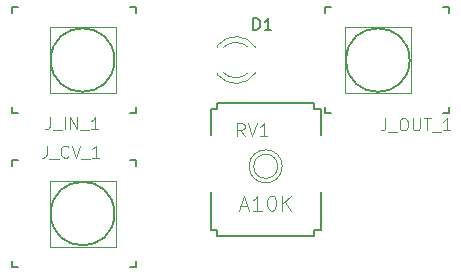
<source format=gbr>
G04 #@! TF.GenerationSoftware,KiCad,Pcbnew,(5.0.0)*
G04 #@! TF.CreationDate,2018-08-29T14:30:47+02:00*
G04 #@! TF.ProjectId,1u_lpg,31755F6C70672E6B696361645F706362,rev?*
G04 #@! TF.SameCoordinates,Original*
G04 #@! TF.FileFunction,Legend,Top*
G04 #@! TF.FilePolarity,Positive*
%FSLAX46Y46*%
G04 Gerber Fmt 4.6, Leading zero omitted, Abs format (unit mm)*
G04 Created by KiCad (PCBNEW (5.0.0)) date 08/29/18 14:30:47*
%MOMM*%
%LPD*%
G01*
G04 APERTURE LIST*
%ADD10C,0.120000*%
%ADD11C,0.066040*%
%ADD12C,0.127000*%
%ADD13C,0.203200*%
%ADD14C,0.050800*%
%ADD15C,0.150000*%
%ADD16C,0.076200*%
%ADD17C,0.101600*%
G04 APERTURE END LIST*
D10*
G04 #@! TO.C,D1*
X17920000Y-5580000D02*
X17920000Y-5736000D01*
X17920000Y-3264000D02*
X17920000Y-3420000D01*
X20521130Y-5579837D02*
G75*
G02X18439039Y-5580000I-1041130J1079837D01*
G01*
X20521130Y-3420163D02*
G75*
G03X18439039Y-3420000I-1041130J-1079837D01*
G01*
X21152335Y-5578608D02*
G75*
G02X17920000Y-5735516I-1672335J1078608D01*
G01*
X21152335Y-3421392D02*
G75*
G03X17920000Y-3264484I-1672335J-1078608D01*
G01*
D11*
G04 #@! TO.C,J_CV_1*
X9299080Y-20299080D02*
X9299080Y-14700920D01*
X9299080Y-14700920D02*
X3700920Y-14700920D01*
X3700920Y-20299080D02*
X3700920Y-14700920D01*
X9299080Y-20299080D02*
X3700920Y-20299080D01*
D12*
X1000900Y-21998340D02*
X500520Y-21998340D01*
X500520Y-21998340D02*
X500520Y-21497960D01*
X500520Y-13502040D02*
X500520Y-13001660D01*
X500520Y-13001660D02*
X1000900Y-13001660D01*
X10497960Y-13001660D02*
X10998340Y-13001660D01*
X10998340Y-13001660D02*
X10998340Y-13502040D01*
X10497960Y-21998340D02*
X10998340Y-21998340D01*
X10998340Y-21998340D02*
X10998340Y-21497960D01*
X9189860Y-17500000D02*
G75*
G03X9189860Y-17500000I-2689860J0D01*
G01*
G04 #@! TO.C,J_IN_1*
X9189860Y-4500000D02*
G75*
G03X9189860Y-4500000I-2689860J0D01*
G01*
X10998340Y-8998340D02*
X10998340Y-8497960D01*
X10497960Y-8998340D02*
X10998340Y-8998340D01*
X10998340Y-1660D02*
X10998340Y-502040D01*
X10497960Y-1660D02*
X10998340Y-1660D01*
X500520Y-1660D02*
X1000900Y-1660D01*
X500520Y-502040D02*
X500520Y-1660D01*
X500520Y-8998340D02*
X500520Y-8497960D01*
X1000900Y-8998340D02*
X500520Y-8998340D01*
D11*
X9299080Y-7299080D02*
X3700920Y-7299080D01*
X3700920Y-7299080D02*
X3700920Y-1700920D01*
X9299080Y-1700920D02*
X3700920Y-1700920D01*
X9299080Y-7299080D02*
X9299080Y-1700920D01*
G04 #@! TO.C,J_OUT_1*
X28700920Y-1700920D02*
X28700920Y-7299080D01*
X28700920Y-7299080D02*
X34299080Y-7299080D01*
X34299080Y-1700920D02*
X34299080Y-7299080D01*
X28700920Y-1700920D02*
X34299080Y-1700920D01*
D12*
X36999100Y-1660D02*
X37499480Y-1660D01*
X37499480Y-1660D02*
X37499480Y-502040D01*
X37499480Y-8497960D02*
X37499480Y-8998340D01*
X37499480Y-8998340D02*
X36999100Y-8998340D01*
X27502040Y-8998340D02*
X27001660Y-8998340D01*
X27001660Y-8998340D02*
X27001660Y-8497960D01*
X27502040Y-1660D02*
X27001660Y-1660D01*
X27001660Y-1660D02*
X27001660Y-502040D01*
X34189860Y-4500000D02*
G75*
G03X34189860Y-4500000I-2689860J0D01*
G01*
D13*
G04 #@! TO.C,RV1*
X17900440Y-8102500D02*
X26099560Y-8102500D01*
X26099560Y-19397880D02*
X17900440Y-19397880D01*
X17900440Y-8651140D02*
X17351800Y-8651140D01*
X17900440Y-8102500D02*
X17900440Y-8651140D01*
X17900440Y-18849240D02*
X17900440Y-19397880D01*
X17351800Y-18849240D02*
X17900440Y-18849240D01*
X26099560Y-18849240D02*
X26648200Y-18849240D01*
X26099560Y-19397880D02*
X26099560Y-18849240D01*
X26099560Y-8651140D02*
X26099560Y-8102500D01*
X26648200Y-8651140D02*
X26099560Y-8651140D01*
X17351800Y-10850780D02*
X17351800Y-8651140D01*
X17351800Y-18849240D02*
X17351800Y-15648840D01*
X26648200Y-8651140D02*
X26648200Y-10850780D01*
X26648200Y-15648840D02*
X26648200Y-18849240D01*
D14*
X23397000Y-13500000D02*
G75*
G03X23397000Y-13500000I-1397000J0D01*
G01*
X23016000Y-13500000D02*
G75*
G03X23016000Y-13500000I-1016000J0D01*
G01*
G04 #@! TO.C,D1*
D15*
X20961904Y-1952380D02*
X20961904Y-952380D01*
X21200000Y-952380D01*
X21342857Y-1000000D01*
X21438095Y-1095238D01*
X21485714Y-1190476D01*
X21533333Y-1380952D01*
X21533333Y-1523809D01*
X21485714Y-1714285D01*
X21438095Y-1809523D01*
X21342857Y-1904761D01*
X21200000Y-1952380D01*
X20961904Y-1952380D01*
X22485714Y-1952380D02*
X21914285Y-1952380D01*
X22200000Y-1952380D02*
X22200000Y-952380D01*
X22104761Y-1095238D01*
X22009523Y-1190476D01*
X21914285Y-1238095D01*
G04 #@! TO.C,J_CV_1*
D16*
X3443809Y-11743619D02*
X3443809Y-12469333D01*
X3395428Y-12614476D01*
X3298666Y-12711238D01*
X3153523Y-12759619D01*
X3056761Y-12759619D01*
X3685714Y-12856380D02*
X4459809Y-12856380D01*
X5282285Y-12662857D02*
X5233904Y-12711238D01*
X5088761Y-12759619D01*
X4992000Y-12759619D01*
X4846857Y-12711238D01*
X4750095Y-12614476D01*
X4701714Y-12517714D01*
X4653333Y-12324190D01*
X4653333Y-12179047D01*
X4701714Y-11985523D01*
X4750095Y-11888761D01*
X4846857Y-11792000D01*
X4992000Y-11743619D01*
X5088761Y-11743619D01*
X5233904Y-11792000D01*
X5282285Y-11840380D01*
X5572571Y-11743619D02*
X5911238Y-12759619D01*
X6249904Y-11743619D01*
X6346666Y-12856380D02*
X7120761Y-12856380D01*
X7894857Y-12759619D02*
X7314285Y-12759619D01*
X7604571Y-12759619D02*
X7604571Y-11743619D01*
X7507809Y-11888761D01*
X7411047Y-11985523D01*
X7314285Y-12033904D01*
G04 #@! TO.C,J_IN_1*
X3713142Y-9343619D02*
X3713142Y-10069333D01*
X3664761Y-10214476D01*
X3568000Y-10311238D01*
X3422857Y-10359619D01*
X3326095Y-10359619D01*
X3955047Y-10456380D02*
X4729142Y-10456380D01*
X4971047Y-10359619D02*
X4971047Y-9343619D01*
X5454857Y-10359619D02*
X5454857Y-9343619D01*
X6035428Y-10359619D01*
X6035428Y-9343619D01*
X6277333Y-10456380D02*
X7051428Y-10456380D01*
X7825523Y-10359619D02*
X7244952Y-10359619D01*
X7535238Y-10359619D02*
X7535238Y-9343619D01*
X7438476Y-9488761D01*
X7341714Y-9585523D01*
X7244952Y-9633904D01*
G04 #@! TO.C,J_OUT_1*
X32135809Y-9443619D02*
X32135809Y-10169333D01*
X32087428Y-10314476D01*
X31990666Y-10411238D01*
X31845523Y-10459619D01*
X31748761Y-10459619D01*
X32377714Y-10556380D02*
X33151809Y-10556380D01*
X33587238Y-9443619D02*
X33780761Y-9443619D01*
X33877523Y-9492000D01*
X33974285Y-9588761D01*
X34022666Y-9782285D01*
X34022666Y-10120952D01*
X33974285Y-10314476D01*
X33877523Y-10411238D01*
X33780761Y-10459619D01*
X33587238Y-10459619D01*
X33490476Y-10411238D01*
X33393714Y-10314476D01*
X33345333Y-10120952D01*
X33345333Y-9782285D01*
X33393714Y-9588761D01*
X33490476Y-9492000D01*
X33587238Y-9443619D01*
X34458095Y-9443619D02*
X34458095Y-10266095D01*
X34506476Y-10362857D01*
X34554857Y-10411238D01*
X34651619Y-10459619D01*
X34845142Y-10459619D01*
X34941904Y-10411238D01*
X34990285Y-10362857D01*
X35038666Y-10266095D01*
X35038666Y-9443619D01*
X35377333Y-9443619D02*
X35957904Y-9443619D01*
X35667619Y-10459619D02*
X35667619Y-9443619D01*
X36054666Y-10556380D02*
X36828761Y-10556380D01*
X37602857Y-10459619D02*
X37022285Y-10459619D01*
X37312571Y-10459619D02*
X37312571Y-9443619D01*
X37215809Y-9588761D01*
X37119047Y-9685523D01*
X37022285Y-9733904D01*
G04 #@! TO.C,RV1*
X20222000Y-10909200D02*
X19866400Y-10401200D01*
X19612400Y-10909200D02*
X19612400Y-9842400D01*
X20018800Y-9842400D01*
X20120400Y-9893200D01*
X20171200Y-9944000D01*
X20222000Y-10045600D01*
X20222000Y-10198000D01*
X20171200Y-10299600D01*
X20120400Y-10350400D01*
X20018800Y-10401200D01*
X19612400Y-10401200D01*
X20526800Y-9842400D02*
X20882400Y-10909200D01*
X21238000Y-9842400D01*
X22152400Y-10909200D02*
X21542800Y-10909200D01*
X21847600Y-10909200D02*
X21847600Y-9842400D01*
X21746000Y-9994800D01*
X21644400Y-10096400D01*
X21542800Y-10147200D01*
D17*
X19853095Y-16886666D02*
X20457857Y-16886666D01*
X19732142Y-17249523D02*
X20155476Y-15979523D01*
X20578809Y-17249523D01*
X21667380Y-17249523D02*
X20941666Y-17249523D01*
X21304523Y-17249523D02*
X21304523Y-15979523D01*
X21183571Y-16160952D01*
X21062619Y-16281904D01*
X20941666Y-16342380D01*
X22453571Y-15979523D02*
X22574523Y-15979523D01*
X22695476Y-16040000D01*
X22755952Y-16100476D01*
X22816428Y-16221428D01*
X22876904Y-16463333D01*
X22876904Y-16765714D01*
X22816428Y-17007619D01*
X22755952Y-17128571D01*
X22695476Y-17189047D01*
X22574523Y-17249523D01*
X22453571Y-17249523D01*
X22332619Y-17189047D01*
X22272142Y-17128571D01*
X22211666Y-17007619D01*
X22151190Y-16765714D01*
X22151190Y-16463333D01*
X22211666Y-16221428D01*
X22272142Y-16100476D01*
X22332619Y-16040000D01*
X22453571Y-15979523D01*
X23421190Y-17249523D02*
X23421190Y-15979523D01*
X24146904Y-17249523D02*
X23602619Y-16523809D01*
X24146904Y-15979523D02*
X23421190Y-16705238D01*
G04 #@! TD*
M02*

</source>
